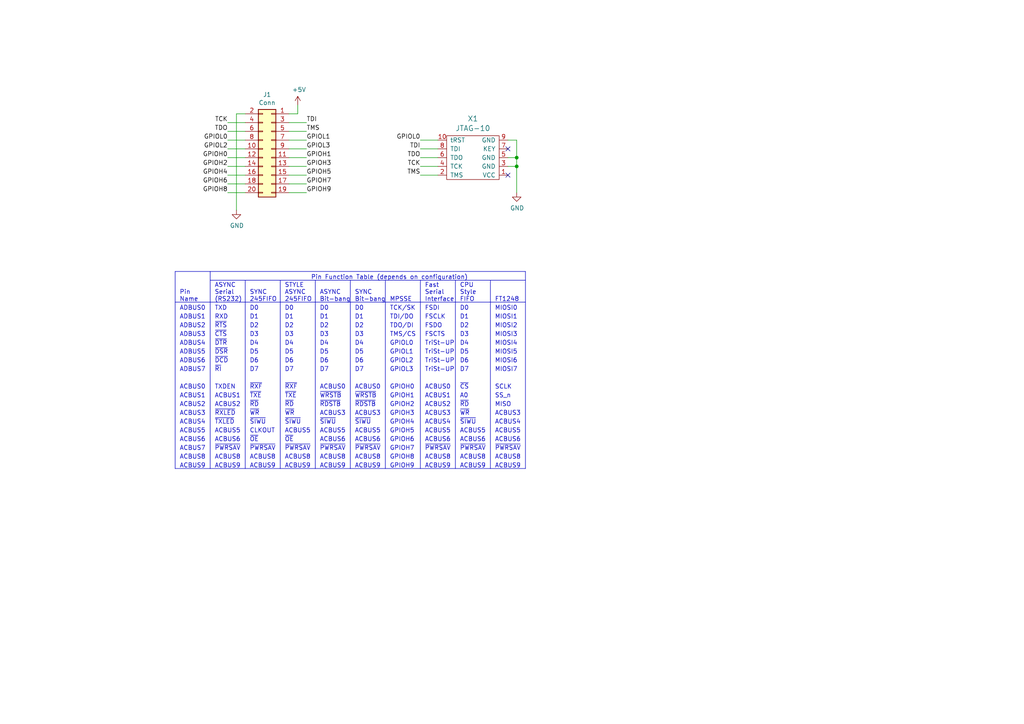
<source format=kicad_sch>
(kicad_sch (version 20230121) (generator eeschema)
  (paper "A4")
  (title_block (title "ftdi jtag adapter") (rev "V1.0a") (company "1BitSquared") (comment 1 "2018 (C) 1BitSquared <info@1bitsquared.com>") (comment 2 "2018 (C) Piotr Esden-Tempski <piotr@esden.net>") (comment 3 "License: CC-BY-SA 4.0"))
  (lib_symbols
    (symbol "Connector_Generic:Conn_02x10_Odd_Even" (pin_names (offset 1.016) hide)
      (property "Reference" "J" (at 1.27 12.7 0))
      (property "Value" "Conn_02x10_Odd_Even" (at 1.27 -15.24 0))
      (symbol "Conn_02x10_Odd_Even_1_1"
        (rectangle (start -1.27 -12.573) (end 0 -12.827) (stroke (width 0.1524)))
        (rectangle (start -1.27 -10.033) (end 0 -10.287) (stroke (width 0.1524)))
        (rectangle (start -1.27 -7.493) (end 0 -7.747) (stroke (width 0.1524)))
        (rectangle (start -1.27 -4.953) (end 0 -5.207) (stroke (width 0.1524)))
        (rectangle (start -1.27 -2.413) (end 0 -2.667) (stroke (width 0.1524)))
        (rectangle (start -1.27 0.127) (end 0 -0.127) (stroke (width 0.1524)))
        (rectangle (start -1.27 2.667) (end 0 2.413) (stroke (width 0.1524)))
        (rectangle (start -1.27 5.207) (end 0 4.953) (stroke (width 0.1524)))
        (rectangle (start -1.27 7.747) (end 0 7.493) (stroke (width 0.1524)))
        (rectangle (start -1.27 10.287) (end 0 10.033) (stroke (width 0.1524)))
        (rectangle (start -1.27 11.43) (end 3.81 -13.97) (stroke (width 0.254)) (fill (type background)))
        (rectangle (start 3.81 -12.573) (end 2.54 -12.827) (stroke (width 0.1524)))
        (rectangle (start 3.81 -10.033) (end 2.54 -10.287) (stroke (width 0.1524)))
        (rectangle (start 3.81 -7.493) (end 2.54 -7.747) (stroke (width 0.1524)))
        (rectangle (start 3.81 -4.953) (end 2.54 -5.207) (stroke (width 0.1524)))
        (rectangle (start 3.81 -2.413) (end 2.54 -2.667) (stroke (width 0.1524)))
        (rectangle (start 3.81 0.127) (end 2.54 -0.127) (stroke (width 0.1524)))
        (rectangle (start 3.81 2.667) (end 2.54 2.413) (stroke (width 0.1524)))
        (rectangle (start 3.81 5.207) (end 2.54 4.953) (stroke (width 0.1524)))
        (rectangle (start 3.81 7.747) (end 2.54 7.493) (stroke (width 0.1524)))
        (rectangle (start 3.81 10.287) (end 2.54 10.033) (stroke (width 0.1524)))
        (pin passive line (at -5.08 10.16 0) (length 3.81) (name "Pin_1") (number "1"))
        (pin passive line (at 7.62 0 180) (length 3.81) (name "Pin_10") (number "10"))
        (pin passive line (at -5.08 -2.54 0) (length 3.81) (name "Pin_11") (number "11"))
        (pin passive line (at 7.62 -2.54 180) (length 3.81) (name "Pin_12") (number "12"))
        (pin passive line (at -5.08 -5.08 0) (length 3.81) (name "Pin_13") (number "13"))
        (pin passive line (at 7.62 -5.08 180) (length 3.81) (name "Pin_14") (number "14"))
        (pin passive line (at -5.08 -7.62 0) (length 3.81) (name "Pin_15") (number "15"))
        (pin passive line (at 7.62 -7.62 180) (length 3.81) (name "Pin_16") (number "16"))
        (pin passive line (at -5.08 -10.16 0) (length 3.81) (name "Pin_17") (number "17"))
        (pin passive line (at 7.62 -10.16 180) (length 3.81) (name "Pin_18") (number "18"))
        (pin passive line (at -5.08 -12.7 0) (length 3.81) (name "Pin_19") (number "19"))
        (pin passive line (at 7.62 10.16 180) (length 3.81) (name "Pin_2") (number "2"))
        (pin passive line (at 7.62 -12.7 180) (length 3.81) (name "Pin_20") (number "20"))
        (pin passive line (at -5.08 7.62 0) (length 3.81) (name "Pin_3") (number "3"))
        (pin passive line (at 7.62 7.62 180) (length 3.81) (name "Pin_4") (number "4"))
        (pin passive line (at -5.08 5.08 0) (length 3.81) (name "Pin_5") (number "5"))
        (pin passive line (at 7.62 5.08 180) (length 3.81) (name "Pin_6") (number "6"))
        (pin passive line (at -5.08 2.54 0) (length 3.81) (name "Pin_7") (number "7"))
        (pin passive line (at 7.62 2.54 180) (length 3.81) (name "Pin_8") (number "8"))
        (pin passive line (at -5.08 0 0) (length 3.81) (name "Pin_9") (number "9"))
      )
    )
    (symbol "ftdi-jtag-rescue:JTAG-10-pkl_conn" (pin_names (offset 1.016))
      (property "Reference" "X" (at 0 7.62 0))
      (property "Value" "pkl_conn_JTAG-10" (at 0 -7.62 0))
      (symbol "JTAG-10-pkl_conn_0_1"
        (rectangle (start -7.62 6.35) (end 7.62 -6.35))
      )
      (symbol "JTAG-10-pkl_conn_1_1"
        (pin power_in line (at -10.16 5.08 0) (length 2.54) (name "VCC") (number "1"))
        (pin output line (at 10.16 -5.08 180) (length 2.54) (name "tRST") (number "10"))
        (pin output line (at 10.16 5.08 180) (length 2.54) (name "TMS") (number "2"))
        (pin power_in line (at -10.16 2.54 0) (length 2.54) (name "GND") (number "3"))
        (pin output line (at 10.16 2.54 180) (length 2.54) (name "TCK") (number "4"))
        (pin power_in line (at -10.16 0 0) (length 2.54) (name "GND") (number "5"))
        (pin input line (at 10.16 0 180) (length 2.54) (name "TDO") (number "6"))
        (pin passive line (at -10.16 -2.54 0) (length 2.54) (name "KEY") (number "7"))
        (pin output line (at 10.16 -2.54 180) (length 2.54) (name "TDI") (number "8"))
        (pin power_in line (at -10.16 -5.08 0) (length 2.54) (name "GND") (number "9"))
      )
    )
    (symbol "power:+5V" (power) (pin_names (offset 0))
      (property "Value" "+5V" (at 0 3.556 0))
      (symbol "+5V_0_1"
        (polyline (pts (xy -0.762 1.27) (xy 0 2.54)))
        (polyline (pts (xy 0 0) (xy 0 2.54)))
        (polyline (pts (xy 0 2.54) (xy 0.762 1.27)))
      )
      (symbol "+5V_1_1"
        (pin power_in line (at 0 0 90) (length 0) hide (name "+5V") (number "1"))
      )
    )
    (symbol "power:GND" (power) (pin_names (offset 0))
      (property "Value" "GND" (at 0 -3.81 0))
      (symbol "GND_0_1"
        (polyline (pts (xy 0 0) (xy 0 -1.27) (xy 1.27 -1.27) (xy 0 -2.54) (xy -1.27 -1.27) (xy 0 -1.27)))
      )
      (symbol "GND_1_1"
        (pin power_in line (at 0 0 270) (length 0) hide (name "GND") (number "1"))
      )
    )
  )
  (junction (at 149.86 45.72))
  (junction (at 149.86 48.26))
  (no_connect (at 147.32 50.8))
  (no_connect (at 147.32 43.18))
  (wire (pts (xy 86.36 33.02) (xy 83.82 33.02)))
  (wire (pts (xy 71.12 55.88) (xy 66.04 55.88)))
  (polyline (pts (xy 132.08 135.89) (xy 132.08 81.28)))
  (polyline (pts (xy 152.4 135.89) (xy 50.8 135.89)))
  (polyline (pts (xy 91.44 135.89) (xy 91.44 81.28)))
  (wire (pts (xy 127 40.64) (xy 121.92 40.64)))
  (wire (pts (xy 71.12 50.8) (xy 66.04 50.8)))
  (polyline (pts (xy 142.24 135.89) (xy 142.24 81.28)))
  (wire (pts (xy 71.12 35.56) (xy 66.04 35.56)))
  (polyline (pts (xy 111.76 135.89) (xy 111.76 81.28)))
  (wire (pts (xy 83.82 45.72) (xy 88.9 45.72)))
  (polyline (pts (xy 50.8 87.63) (xy 152.4 87.63)))
  (wire (pts (xy 83.82 40.64) (xy 88.9 40.64)))
  (polyline (pts (xy 81.28 135.89) (xy 81.28 81.28)))
  (wire (pts (xy 83.82 35.56) (xy 88.9 35.56)))
  (polyline (pts (xy 50.8 78.74) (xy 50.8 135.89)))
  (wire (pts (xy 83.82 53.34) (xy 88.9 53.34)))
  (wire (pts (xy 83.82 48.26) (xy 88.9 48.26)))
  (wire (pts (xy 127 50.8) (xy 121.92 50.8)))
  (wire (pts (xy 86.36 33.02) (xy 86.36 30.48)))
  (polyline (pts (xy 60.96 81.28) (xy 152.4 81.28)))
  (wire (pts (xy 127 45.72) (xy 121.92 45.72)))
  (wire (pts (xy 149.86 40.64) (xy 149.86 45.72)))
  (wire (pts (xy 71.12 40.64) (xy 66.04 40.64)))
  (polyline (pts (xy 60.96 78.74) (xy 60.96 135.89)))
  (wire (pts (xy 68.58 33.02) (xy 68.58 60.96)))
  (polyline (pts (xy 71.12 135.89) (xy 71.12 81.28)))
  (wire (pts (xy 71.12 43.18) (xy 66.04 43.18)))
  (wire (pts (xy 71.12 38.1) (xy 66.04 38.1)))
  (wire (pts (xy 127 48.26) (xy 121.92 48.26)))
  (wire (pts (xy 71.12 53.34) (xy 66.04 53.34)))
  (wire (pts (xy 149.86 45.72) (xy 149.86 48.26)))
  (wire (pts (xy 127 43.18) (xy 121.92 43.18)))
  (wire (pts (xy 147.32 45.72) (xy 149.86 45.72)))
  (wire (pts (xy 147.32 40.64) (xy 149.86 40.64)))
  (wire (pts (xy 83.82 38.1) (xy 88.9 38.1)))
  (wire (pts (xy 147.32 48.26) (xy 149.86 48.26)))
  (polyline (pts (xy 121.92 135.89) (xy 121.92 81.28)))
  (wire (pts (xy 83.82 43.18) (xy 88.9 43.18)))
  (polyline (pts (xy 152.4 78.74) (xy 152.4 135.89)))
  (wire (pts (xy 71.12 48.26) (xy 66.04 48.26)))
  (wire (pts (xy 83.82 55.88) (xy 88.9 55.88)))
  (wire (pts (xy 149.86 48.26) (xy 149.86 55.88)))
  (wire (pts (xy 83.82 50.8) (xy 88.9 50.8)))
  (polyline (pts (xy 50.8 78.74) (xy 152.4 78.74)))
  (wire (pts (xy 71.12 45.72) (xy 66.04 45.72)))
  (wire (pts (xy 68.58 33.02) (xy 71.12 33.02)))
  (polyline (pts (xy 101.6 135.89) (xy 101.6 81.28)))
  (text "ACBUS5" (at 102.87 125.73 0) (effects (font (size 1.27 1.27)) (justify left bottom)))
  (text "ACBUS6" (at 52.07 128.27 0) (effects (font (size 1.27 1.27)) (justify left bottom)))
  (text "D1" (at 92.71 92.71 0) (effects (font (size 1.27 1.27)) (justify left bottom)))
  (text "MIOSI7" (at 143.51 107.95 0) (effects (font (size 1.27 1.27)) (justify left bottom)))
  (text "TDI/DO" (at 113.03 92.71 0) (effects (font (size 1.27 1.27)) (justify left bottom)))
  (text "~{RTS}" (at 62.23 95.25 0) (effects (font (size 1.27 1.27)) (justify left bottom)))
  (text "D1" (at 72.39 92.71 0) (effects (font (size 1.27 1.27)) (justify left bottom)))
  (text "D2" (at 102.87 95.25 0) (effects (font (size 1.27 1.27)) (justify left bottom)))
  (text "~{PWRSAV}" (at 123.19 130.81 0) (effects (font (size 1.27 1.27)) (justify left bottom)))
  (text "~{DSR}" (at 62.23 102.87 0) (effects (font (size 1.27 1.27)) (justify left bottom)))
  (text "TCK/SK" (at 113.03 90.17 0) (effects (font (size 1.27 1.27)) (justify left bottom)))
  (text "ACBUS6" (at 123.19 128.27 0) (effects (font (size 1.27 1.27)) (justify left bottom)))
  (text "~{PWRSAV}" (at 92.71 130.81 0) (effects (font (size 1.27 1.27)) (justify left bottom)))
  (text "~{WR}" (at 82.55 120.65 0) (effects (font (size 1.27 1.27)) (justify left bottom)))
  (text "D4" (at 92.71 100.33 0) (effects (font (size 1.27 1.27)) (justify left bottom)))
  (text "~{PWRSAV}" (at 102.87 130.81 0) (effects (font (size 1.27 1.27)) (justify left bottom)))
  (text "ACBUS5" (at 143.51 125.73 0) (effects (font (size 1.27 1.27)) (justify left bottom)))
  (text "ADBUS7" (at 52.07 107.95 0) (effects (font (size 1.27 1.27)) (justify left bottom)))
  (text "SCLK" (at 143.51 113.03 0) (effects (font (size 1.27 1.27)) (justify left bottom)))
  (text "TriSt-UP" (at 123.19 107.95 0) (effects (font (size 1.27 1.27)) (justify left bottom)))
  (text "ACBUS8" (at 123.19 133.35 0) (effects (font (size 1.27 1.27)) (justify left bottom)))
  (text "D1" (at 133.35 92.71 0) (effects (font (size 1.27 1.27)) (justify left bottom)))
  (text "GPIOH1" (at 113.03 115.57 0) (effects (font (size 1.27 1.27)) (justify left bottom)))
  (text "ADBUS0" (at 52.07 90.17 0) (effects (font (size 1.27 1.27)) (justify left bottom)))
  (text "~{PWRSAV}" (at 72.39 130.81 0) (effects (font (size 1.27 1.27)) (justify left bottom)))
  (text "D5" (at 92.71 102.87 0) (effects (font (size 1.27 1.27)) (justify left bottom)))
  (text "TXDEN" (at 62.23 113.03 0) (effects (font (size 1.27 1.27)) (justify left bottom)))
  (text "ACBUS3" (at 52.07 120.65 0) (effects (font (size 1.27 1.27)) (justify left bottom)))
  (text "~{RXLED}" (at 62.23 120.65 0) (effects (font (size 1.27 1.27)) (justify left bottom)))
  (text "~{TXE}" (at 82.55 115.57 0) (effects (font (size 1.27 1.27)) (justify left bottom)))
  (text "~{PWRSAV}" (at 62.23 130.81 0) (effects (font (size 1.27 1.27)) (justify left bottom)))
  (text "~{RI}" (at 62.23 107.95 0) (effects (font (size 1.27 1.27)) (justify left bottom)))
  (text "ADBUS2" (at 52.07 95.25 0) (effects (font (size 1.27 1.27)) (justify left bottom)))
  (text "~{CTS}" (at 62.23 97.79 0) (effects (font (size 1.27 1.27)) (justify left bottom)))
  (text "D6" (at 133.35 105.41 0) (effects (font (size 1.27 1.27)) (justify left bottom)))
  (text "FSDI" (at 123.19 90.17 0) (effects (font (size 1.27 1.27)) (justify left bottom)))
  (text "D5" (at 72.39 102.87 0) (effects (font (size 1.27 1.27)) (justify left bottom)))
  (text "ACBUS4" (at 143.51 123.19 0) (effects (font (size 1.27 1.27)) (justify left bottom)))
  (text "ASYNC\nBit-bang" (at 92.71 87.63 0) (effects (font (size 1.27 1.27)) (justify left bottom)))
  (text "ACBUS9" (at 52.07 135.89 0) (effects (font (size 1.27 1.27)) (justify left bottom)))
  (text "~{RXF}" (at 82.55 113.03 0) (effects (font (size 1.27 1.27)) (justify left bottom)))
  (text "GPIOH4" (at 113.03 123.19 0) (effects (font (size 1.27 1.27)) (justify left bottom)))
  (text "MISO" (at 143.51 118.11 0) (effects (font (size 1.27 1.27)) (justify left bottom)))
  (text "MIOSI0" (at 143.51 90.17 0) (effects (font (size 1.27 1.27)) (justify left bottom)))
  (text "ACBUS3" (at 123.19 120.65 0) (effects (font (size 1.27 1.27)) (justify left bottom)))
  (text "D5" (at 133.35 102.87 0) (effects (font (size 1.27 1.27)) (justify left bottom)))
  (text "~{SIWU}" (at 102.87 123.19 0) (effects (font (size 1.27 1.27)) (justify left bottom)))
  (text "D6" (at 92.71 105.41 0) (effects (font (size 1.27 1.27)) (justify left bottom)))
  (text "ACBUS8" (at 82.55 133.35 0) (effects (font (size 1.27 1.27)) (justify left bottom)))
  (text "ACBUS5" (at 123.19 125.73 0) (effects (font (size 1.27 1.27)) (justify left bottom)))
  (text "D2" (at 133.35 95.25 0) (effects (font (size 1.27 1.27)) (justify left bottom)))
  (text "~{SIWU}" (at 133.35 123.19 0) (effects (font (size 1.27 1.27)) (justify left bottom)))
  (text "TDO/DI" (at 113.03 95.25 0) (effects (font (size 1.27 1.27)) (justify left bottom)))
  (text "ACBUS8" (at 52.07 133.35 0) (effects (font (size 1.27 1.27)) (justify left bottom)))
  (text "D7" (at 72.39 107.95 0) (effects (font (size 1.27 1.27)) (justify left bottom)))
  (text "ACBUS5" (at 62.23 125.73 0) (effects (font (size 1.27 1.27)) (justify left bottom)))
  (text "ACBUS3" (at 92.71 120.65 0) (effects (font (size 1.27 1.27)) (justify left bottom)))
  (text "TXD" (at 62.23 90.17 0) (effects (font (size 1.27 1.27)) (justify left bottom)))
  (text "~{RXF}" (at 72.39 113.03 0) (effects (font (size 1.27 1.27)) (justify left bottom)))
  (text "~{RDSTB}" (at 102.87 118.11 0) (effects (font (size 1.27 1.27)) (justify left bottom)))
  (text "GPIOH9" (at 113.03 135.89 0) (effects (font (size 1.27 1.27)) (justify left bottom)))
  (text "ACBUS5" (at 92.71 125.73 0) (effects (font (size 1.27 1.27)) (justify left bottom)))
  (text "MIOSI4" (at 143.51 100.33 0) (effects (font (size 1.27 1.27)) (justify left bottom)))
  (text "ACBUS0" (at 102.87 113.03 0) (effects (font (size 1.27 1.27)) (justify left bottom)))
  (text "ACBUS9" (at 72.39 135.89 0) (effects (font (size 1.27 1.27)) (justify left bottom)))
  (text "ACBUS5" (at 133.35 125.73 0) (effects (font (size 1.27 1.27)) (justify left bottom)))
  (text "D6" (at 72.39 105.41 0) (effects (font (size 1.27 1.27)) (justify left bottom)))
  (text "~{PWRSAV}" (at 133.35 130.81 0) (effects (font (size 1.27 1.27)) (justify left bottom)))
  (text "D7" (at 92.71 107.95 0) (effects (font (size 1.27 1.27)) (justify left bottom)))
  (text "GPIOH5" (at 113.03 125.73 0) (effects (font (size 1.27 1.27)) (justify left bottom)))
  (text "FSDO" (at 123.19 95.25 0) (effects (font (size 1.27 1.27)) (justify left bottom)))
  (text "Pin\nName" (at 52.07 87.63 0) (effects (font (size 1.27 1.27)) (justify left bottom)))
  (text "ADBUS1" (at 52.07 92.71 0) (effects (font (size 1.27 1.27)) (justify left bottom)))
  (text "ACBUS1" (at 62.23 115.57 0) (effects (font (size 1.27 1.27)) (justify left bottom)))
  (text "MIOSI6" (at 143.51 105.41 0) (effects (font (size 1.27 1.27)) (justify left bottom)))
  (text "ACBUS6" (at 102.87 128.27 0) (effects (font (size 1.27 1.27)) (justify left bottom)))
  (text "GPIOL2" (at 113.03 105.41 0) (effects (font (size 1.27 1.27)) (justify left bottom)))
  (text "FSCLK" (at 123.19 92.71 0) (effects (font (size 1.27 1.27)) (justify left bottom)))
  (text "~{WRSTB}" (at 102.87 115.57 0) (effects (font (size 1.27 1.27)) (justify left bottom)))
  (text "ACBUS0" (at 123.19 113.03 0) (effects (font (size 1.27 1.27)) (justify left bottom)))
  (text "D3" (at 72.39 97.79 0) (effects (font (size 1.27 1.27)) (justify left bottom)))
  (text "A0" (at 133.35 115.57 0) (effects (font (size 1.27 1.27)) (justify left bottom)))
  (text "SYNC\nBit-bang" (at 102.87 87.63 0) (effects (font (size 1.27 1.27)) (justify left bottom)))
  (text "TriSt-UP" (at 123.19 100.33 0) (effects (font (size 1.27 1.27)) (justify left bottom)))
  (text "ACBUS2" (at 123.19 118.11 0) (effects (font (size 1.27 1.27)) (justify left bottom)))
  (text "D4" (at 72.39 100.33 0) (effects (font (size 1.27 1.27)) (justify left bottom)))
  (text "GPIOH8" (at 113.03 133.35 0) (effects (font (size 1.27 1.27)) (justify left bottom)))
  (text "SS_n" (at 143.51 115.57 0) (effects (font (size 1.27 1.27)) (justify left bottom)))
  (text "D0" (at 102.87 90.17 0) (effects (font (size 1.27 1.27)) (justify left bottom)))
  (text "ACBUS8" (at 72.39 133.35 0) (effects (font (size 1.27 1.27)) (justify left bottom)))
  (text "~{WR}" (at 72.39 120.65 0) (effects (font (size 1.27 1.27)) (justify left bottom)))
  (text "~{DCD}" (at 62.23 105.41 0) (effects (font (size 1.27 1.27)) (justify left bottom)))
  (text "~{DTR}" (at 62.23 100.33 0) (effects (font (size 1.27 1.27)) (justify left bottom)))
  (text "GPIOL0" (at 113.03 100.33 0) (effects (font (size 1.27 1.27)) (justify left bottom)))
  (text "D3" (at 102.87 97.79 0) (effects (font (size 1.27 1.27)) (justify left bottom)))
  (text "~{TXE}" (at 72.39 115.57 0) (effects (font (size 1.27 1.27)) (justify left bottom)))
  (text "~{SIWU}" (at 72.39 123.19 0) (effects (font (size 1.27 1.27)) (justify left bottom)))
  (text "ACBUS8" (at 92.71 133.35 0) (effects (font (size 1.27 1.27)) (justify left bottom)))
  (text "D7" (at 102.87 107.95 0) (effects (font (size 1.27 1.27)) (justify left bottom)))
  (text "RXD" (at 62.23 92.71 0) (effects (font (size 1.27 1.27)) (justify left bottom)))
  (text "GPIOL1" (at 113.03 102.87 0) (effects (font (size 1.27 1.27)) (justify left bottom)))
  (text "CPU\nStyle\nFIFO" (at 133.35 87.63 0) (effects (font (size 1.27 1.27)) (justify left bottom)))
  (text "D0" (at 92.71 90.17 0) (effects (font (size 1.27 1.27)) (justify left bottom)))
  (text "FT1248" (at 143.51 87.63 0) (effects (font (size 1.27 1.27)) (justify left bottom)))
  (text "~{RD}" (at 82.55 118.11 0) (effects (font (size 1.27 1.27)) (justify left bottom)))
  (text "TriSt-UP" (at 123.19 102.87 0) (effects (font (size 1.27 1.27)) (justify left bottom)))
  (text "D7" (at 133.35 107.95 0) (effects (font (size 1.27 1.27)) (justify left bottom)))
  (text "ACBUS2" (at 62.23 118.11 0) (effects (font (size 1.27 1.27)) (justify left bottom)))
  (text "ACBUS6" (at 92.71 128.27 0) (effects (font (size 1.27 1.27)) (justify left bottom)))
  (text "~{SIWU}" (at 82.55 123.19 0) (effects (font (size 1.27 1.27)) (justify left bottom)))
  (text "ACBUS9" (at 123.19 135.89 0) (effects (font (size 1.27 1.27)) (justify left bottom)))
  (text "ACBUS6" (at 133.35 128.27 0) (effects (font (size 1.27 1.27)) (justify left bottom)))
  (text "D6" (at 82.55 105.41 0) (effects (font (size 1.27 1.27)) (justify left bottom)))
  (text "~{OE}" (at 72.39 128.27 0) (effects (font (size 1.27 1.27)) (justify left bottom)))
  (text "~{RD}" (at 72.39 118.11 0) (effects (font (size 1.27 1.27)) (justify left bottom)))
  (text "ACBUS8" (at 133.35 133.35 0) (effects (font (size 1.27 1.27)) (justify left bottom)))
  (text "TMS/CS" (at 113.03 97.79 0) (effects (font (size 1.27 1.27)) (justify left bottom)))
  (text "ADBUS5" (at 52.07 102.87 0) (effects (font (size 1.27 1.27)) (justify left bottom)))
  (text "~{SIWU}" (at 92.71 123.19 0) (effects (font (size 1.27 1.27)) (justify left bottom)))
  (text "GPIOH7" (at 113.03 130.81 0) (effects (font (size 1.27 1.27)) (justify left bottom)))
  (text "D7" (at 82.55 107.95 0) (effects (font (size 1.27 1.27)) (justify left bottom)))
  (text "~{TXLED}" (at 62.23 123.19 0) (effects (font (size 1.27 1.27)) (justify left bottom)))
  (text "~{WR}" (at 133.35 120.65 0) (effects (font (size 1.27 1.27)) (justify left bottom)))
  (text "ACBUS7" (at 52.07 130.81 0) (effects (font (size 1.27 1.27)) (justify left bottom)))
  (text "GPIOH3" (at 113.03 120.65 0) (effects (font (size 1.27 1.27)) (justify left bottom)))
  (text "D4" (at 102.87 100.33 0) (effects (font (size 1.27 1.27)) (justify left bottom)))
  (text "ACBUS1" (at 123.19 115.57 0) (effects (font (size 1.27 1.27)) (justify left bottom)))
  (text "ACBUS3" (at 143.51 120.65 0) (effects (font (size 1.27 1.27)) (justify left bottom)))
  (text "MPSSE" (at 113.03 87.63 0) (effects (font (size 1.27 1.27)) (justify left bottom)))
  (text "ACBUS5" (at 82.55 125.73 0) (effects (font (size 1.27 1.27)) (justify left bottom)))
  (text "D4" (at 82.55 100.33 0) (effects (font (size 1.27 1.27)) (justify left bottom)))
  (text "ACBUS4" (at 52.07 123.19 0) (effects (font (size 1.27 1.27)) (justify left bottom)))
  (text "ACBUS2" (at 52.07 118.11 0) (effects (font (size 1.27 1.27)) (justify left bottom)))
  (text "~{CS}" (at 133.35 113.03 0) (effects (font (size 1.27 1.27)) (justify left bottom)))
  (text "ACBUS6" (at 62.23 128.27 0) (effects (font (size 1.27 1.27)) (justify left bottom)))
  (text "~{OE}" (at 82.55 128.27 0) (effects (font (size 1.27 1.27)) (justify left bottom)))
  (text "ACBUS9" (at 143.51 135.89 0) (effects (font (size 1.27 1.27)) (justify left bottom)))
  (text "ACBUS8" (at 62.23 133.35 0) (effects (font (size 1.27 1.27)) (justify left bottom)))
  (text "ACBUS9" (at 102.87 135.89 0) (effects (font (size 1.27 1.27)) (justify left bottom)))
  (text "GPIOH6" (at 113.03 128.27 0) (effects (font (size 1.27 1.27)) (justify left bottom)))
  (text "D5" (at 82.55 102.87 0) (effects (font (size 1.27 1.27)) (justify left bottom)))
  (text "~{PWRSAV}" (at 82.55 130.81 0) (effects (font (size 1.27 1.27)) (justify left bottom)))
  (text "GPIOL3" (at 113.03 107.95 0) (effects (font (size 1.27 1.27)) (justify left bottom)))
  (text "ACBUS3" (at 102.87 120.65 0) (effects (font (size 1.27 1.27)) (justify left bottom)))
  (text "D5" (at 102.87 102.87 0) (effects (font (size 1.27 1.27)) (justify left bottom)))
  (text "SYNC\n245FIFO" (at 72.39 87.63 0) (effects (font (size 1.27 1.27)) (justify left bottom)))
  (text "ASYNC\nSerial\n(RS232)" (at 62.23 87.63 0) (effects (font (size 1.27 1.27)) (justify left bottom)))
  (text "D2" (at 72.39 95.25 0) (effects (font (size 1.27 1.27)) (justify left bottom)))
  (text "D6" (at 102.87 105.41 0) (effects (font (size 1.27 1.27)) (justify left bottom)))
  (text "Fast\nSerial\nInterface" (at 123.19 87.63 0) (effects (font (size 1.27 1.27)) (justify left bottom)))
  (text "D2" (at 82.55 95.25 0) (effects (font (size 1.27 1.27)) (justify left bottom)))
  (text "CLKOUT" (at 72.39 125.73 0) (effects (font (size 1.27 1.27)) (justify left bottom)))
  (text "GPIOH0" (at 113.03 113.03 0) (effects (font (size 1.27 1.27)) (justify left bottom)))
  (text "ADBUS4" (at 52.07 100.33 0) (effects (font (size 1.27 1.27)) (justify left bottom)))
  (text "~{RD}" (at 133.35 118.11 0) (effects (font (size 1.27 1.27)) (justify left bottom)))
  (text "ACBUS9" (at 92.71 135.89 0) (effects (font (size 1.27 1.27)) (justify left bottom)))
  (text "~{RDSTB}" (at 92.71 118.11 0) (effects (font (size 1.27 1.27)) (justify left bottom)))
  (text "D1" (at 102.87 92.71 0) (effects (font (size 1.27 1.27)) (justify left bottom)))
  (text "ACBUS9" (at 133.35 135.89 0) (effects (font (size 1.27 1.27)) (justify left bottom)))
  (text "MIOSI2" (at 143.51 95.25 0) (effects (font (size 1.27 1.27)) (justify left bottom)))
  (text "ACBUS0" (at 52.07 113.03 0) (effects (font (size 1.27 1.27)) (justify left bottom)))
  (text "D1" (at 82.55 92.71 0) (effects (font (size 1.27 1.27)) (justify left bottom)))
  (text "ACBUS9" (at 62.23 135.89 0) (effects (font (size 1.27 1.27)) (justify left bottom)))
  (text "ACBUS8" (at 102.87 133.35 0) (effects (font (size 1.27 1.27)) (justify left bottom)))
  (text "FSCTS" (at 123.19 97.79 0) (effects (font (size 1.27 1.27)) (justify left bottom)))
  (text "Pin Function Table (depends on configuration)" (at 90.17 81.28 0) (effects (font (size 1.27 1.27)) (justify left bottom)))
  (text "ACBUS1" (at 52.07 115.57 0) (effects (font (size 1.27 1.27)) (justify left bottom)))
  (text "~{PWRSAV}" (at 143.51 130.81 0) (effects (font (size 1.27 1.27)) (justify left bottom)))
  (text "STYLE\nASYNC\n245FIFO" (at 82.55 87.63 0) (effects (font (size 1.27 1.27)) (justify left bottom)))
  (text "ACBUS6" (at 143.51 128.27 0) (effects (font (size 1.27 1.27)) (justify left bottom)))
  (text "MIOSI5" (at 143.51 102.87 0) (effects (font (size 1.27 1.27)) (justify left bottom)))
  (text "ADBUS3" (at 52.07 97.79 0) (effects (font (size 1.27 1.27)) (justify left bottom)))
  (text "ADBUS6" (at 52.07 105.41 0) (effects (font (size 1.27 1.27)) (justify left bottom)))
  (text "D3" (at 92.71 97.79 0) (effects (font (size 1.27 1.27)) (justify left bottom)))
  (text "MIOSI1" (at 143.51 92.71 0) (effects (font (size 1.27 1.27)) (justify left bottom)))
  (text "D4" (at 133.35 100.33 0) (effects (font (size 1.27 1.27)) (justify left bottom)))
  (text "D3" (at 82.55 97.79 0) (effects (font (size 1.27 1.27)) (justify left bottom)))
  (text "ACBUS9" (at 82.55 135.89 0) (effects (font (size 1.27 1.27)) (justify left bottom)))
  (text "D0" (at 72.39 90.17 0) (effects (font (size 1.27 1.27)) (justify left bottom)))
  (text "D2" (at 92.71 95.25 0) (effects (font (size 1.27 1.27)) (justify left bottom)))
  (text "~{WRSTB}" (at 92.71 115.57 0) (effects (font (size 1.27 1.27)) (justify left bottom)))
  (text "ACBUS4" (at 123.19 123.19 0) (effects (font (size 1.27 1.27)) (justify left bottom)))
  (text "ACBUS0" (at 92.71 113.03 0) (effects (font (size 1.27 1.27)) (justify left bottom)))
  (text "ACBUS8" (at 143.51 133.35 0) (effects (font (size 1.27 1.27)) (justify left bottom)))
  (text "MIOSI3" (at 143.51 97.79 0) (effects (font (size 1.27 1.27)) (justify left bottom)))
  (text "ACBUS5" (at 52.07 125.73 0) (effects (font (size 1.27 1.27)) (justify left bottom)))
  (text "D0" (at 82.55 90.17 0) (effects (font (size 1.27 1.27)) (justify left bottom)))
  (text "GPIOH2" (at 113.03 118.11 0) (effects (font (size 1.27 1.27)) (justify left bottom)))
  (text "TriSt-UP" (at 123.19 105.41 0) (effects (font (size 1.27 1.27)) (justify left bottom)))
  (text "D0" (at 133.35 90.17 0) (effects (font (size 1.27 1.27)) (justify left bottom)))
  (text "D3" (at 133.35 97.79 0) (effects (font (size 1.27 1.27)) (justify left bottom)))
  (label "GPIOH5" (at 88.9 50.8 0))
  (label "GPIOL1" (at 88.9 40.64 0))
  (label "TDO" (at 121.92 45.72 180))
  (label "TCK" (at 121.92 48.26 180))
  (label "TDI" (at 88.9 35.56 0))
  (label "GPIOH8" (at 66.04 55.88 180))
  (label "TDI" (at 121.92 43.18 180))
  (label "TCK" (at 66.04 35.56 180))
  (label "GPIOL3" (at 88.9 43.18 0))
  (label "GPIOL0" (at 121.92 40.64 180))
  (label "GPIOH6" (at 66.04 53.34 180))
  (label "GPIOH4" (at 66.04 50.8 180))
  (label "GPIOH3" (at 88.9 48.26 0))
  (label "TMS" (at 88.9 38.1 0))
  (label "GPIOL0" (at 66.04 40.64 180))
  (label "TMS" (at 121.92 50.8 180))
  (label "GPIOH1" (at 88.9 45.72 0))
  (label "GPIOH2" (at 66.04 48.26 180))
  (label "GPIOH7" (at 88.9 53.34 0))
  (label "GPIOH0" (at 66.04 45.72 180))
  (label "TDO" (at 66.04 38.1 180))
  (label "GPIOH9" (at 88.9 55.88 0))
  (label "GPIOL2" (at 66.04 43.18 180))
  (symbol (lib_id "ftdi-jtag-rescue:JTAG-10-pkl_conn") (at 137.16 45.72 180) (unit 1)
    (property "Reference" "X1" (at 137.16 34.417 0) (effects (font (size 1.524 1.524))))
    (property "Value" "JTAG-10" (at 137.16 37.211 0) (effects (font (size 1.524 1.524))))
    (property "Footprint" "pkl_samtec:FTSH-105-XX-X-DV" (effects hide))
    (property "Source" "ANY" (effects hide))
  )
  (symbol (lib_id "power:GND") (at 149.86 55.88 0) (unit 1)
    (property "Reference" "#PWR0103" (effects hide))
    (property "Value" "GND" (at 149.987 60.3504 0))
  )
  (symbol (lib_id "Connector_Generic:Conn_02x10_Odd_Even") (at 78.74 43.18 0) (mirror y) (unit 1)
    (property "Reference" "J1" (at 77.47 27.432 0))
    (property "Value" "Conn" (at 77.47 29.7942 0))
    (property "Footprint" "pkl_samtec:FTSH-EDGE-20pin" (effects hide))
    (property "Key" "conn-th-005in-2-10-hdr-ra" (effects hide))
    (property "Source" "ANY" (effects hide))
  )
  (symbol (lib_id "power:+5V") (at 86.36 30.48 0) (unit 1)
    (property "Reference" "#PWR0101" (effects hide))
    (property "Value" "+5V" (at 86.741 26.0096 0))
  )
  (symbol (lib_id "power:GND") (at 68.58 60.96 0) (unit 1)
    (property "Reference" "#PWR0102" (effects hide))
    (property "Value" "GND" (at 68.707 65.4304 0))
  )
)
</source>
